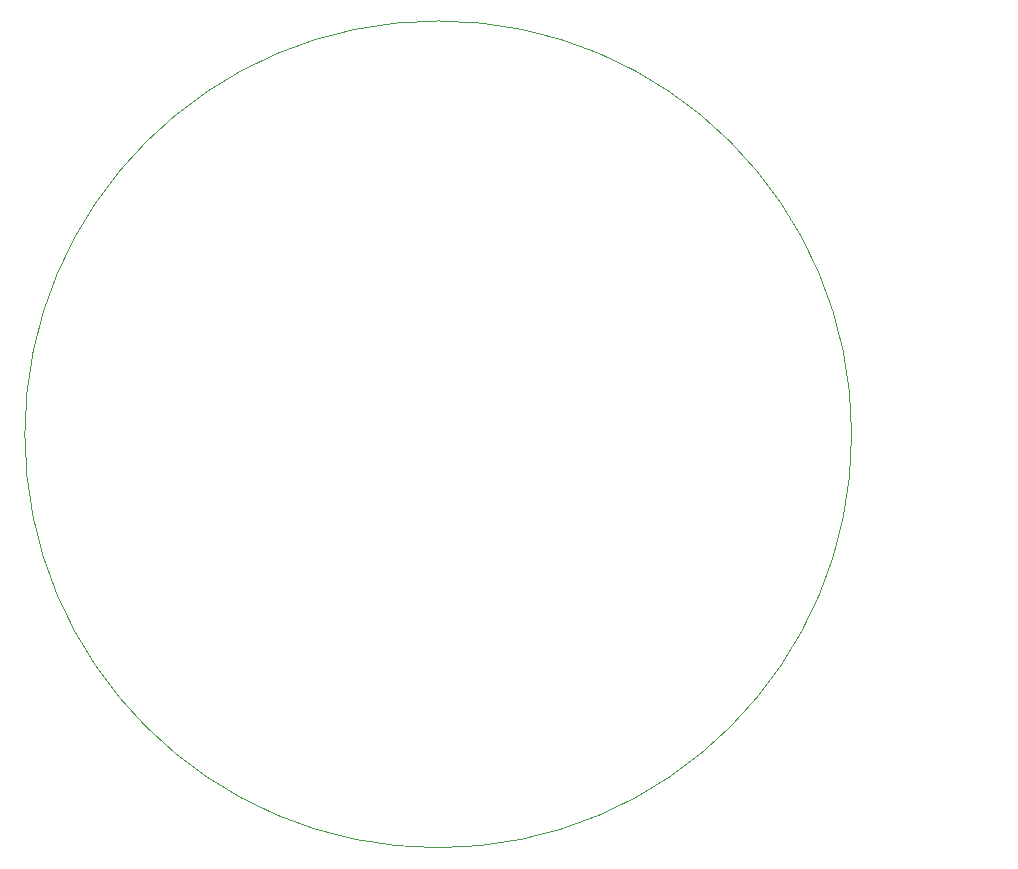
<source format=gm1>
G04 #@! TF.GenerationSoftware,KiCad,Pcbnew,6.0.9-8da3e8f707~117~ubuntu22.04.1*
G04 #@! TF.CreationDate,2022-12-19T13:51:41+00:00*
G04 #@! TF.ProjectId,gauge_servo,67617567-655f-4736-9572-766f2e6b6963,rev?*
G04 #@! TF.SameCoordinates,Original*
G04 #@! TF.FileFunction,Profile,NP*
%FSLAX46Y46*%
G04 Gerber Fmt 4.6, Leading zero omitted, Abs format (unit mm)*
G04 Created by KiCad (PCBNEW 6.0.9-8da3e8f707~117~ubuntu22.04.1) date 2022-12-19 13:51:41*
%MOMM*%
%LPD*%
G01*
G04 APERTURE LIST*
G04 #@! TA.AperFunction,Profile*
%ADD10C,0.100000*%
G04 #@! TD*
G04 APERTURE END LIST*
D10*
X185000000Y-100000000D02*
G75*
G03*
X185000000Y-100000000I-35000000J0D01*
G01*
X197000001Y-117000000D02*
G75*
G03*
X197000001Y-117000000I-1J0D01*
G01*
M02*

</source>
